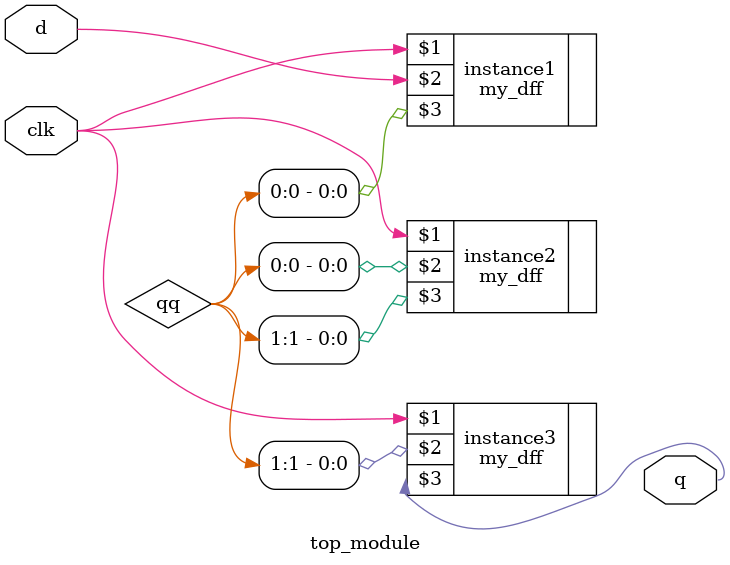
<source format=v>
module top_module ( input clk, input d, output q );
    wire [1:0] qq;
    my_dff instance1 (clk, d, qq[0]);
    my_dff instance2 (clk, qq[0], qq[1]);
    my_dff instance3 (clk, qq[1], q);

endmodule
</source>
